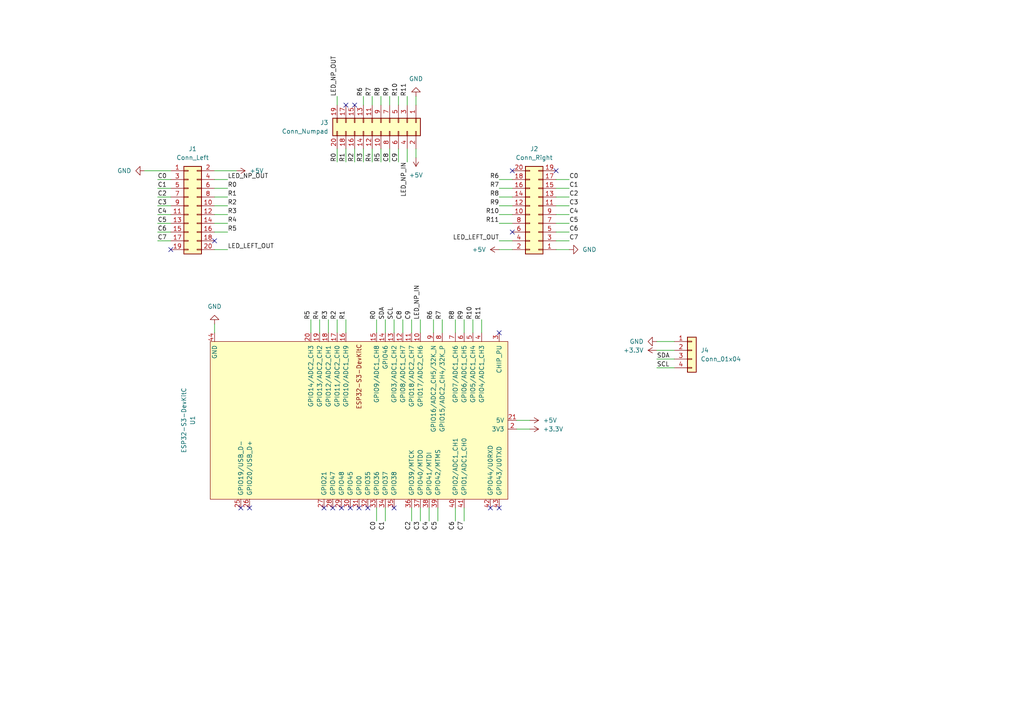
<source format=kicad_sch>
(kicad_sch (version 20230121) (generator eeschema)
  (paper "A4")
  (lib_symbols
    (symbol "Connector_Generic:Conn_01x04" (pin_names (offset 1.016) hide)
      (property "Reference" "J" (at 0 5.08 0))
      (property "Value" "Conn_01x04" (at 0 -7.62 0))
      (symbol "Conn_01x04_1_1"
        (rectangle (start -1.27 -4.953) (end 0 -5.207) (stroke (width 0.1524)))
        (rectangle (start -1.27 -2.413) (end 0 -2.667) (stroke (width 0.1524)))
        (rectangle (start -1.27 0.127) (end 0 -0.127) (stroke (width 0.1524)))
        (rectangle (start -1.27 2.667) (end 0 2.413) (stroke (width 0.1524)))
        (rectangle (start -1.27 3.81) (end 1.27 -6.35) (stroke (width 0.254)) (fill (type background)))
        (pin passive line (at -5.08 2.54 0) (length 3.81) (name "Pin_1") (number "1"))
        (pin passive line (at -5.08 0 0) (length 3.81) (name "Pin_2") (number "2"))
        (pin passive line (at -5.08 -2.54 0) (length 3.81) (name "Pin_3") (number "3"))
        (pin passive line (at -5.08 -5.08 0) (length 3.81) (name "Pin_4") (number "4"))
      )
    )
    (symbol "Connector_Generic:Conn_02x10_Odd_Even" (pin_names (offset 1.016) hide)
      (property "Reference" "J" (at 1.27 12.7 0))
      (property "Value" "Conn_02x10_Odd_Even" (at 1.27 -15.24 0))
      (symbol "Conn_02x10_Odd_Even_1_1"
        (rectangle (start -1.27 -12.573) (end 0 -12.827) (stroke (width 0.1524)))
        (rectangle (start -1.27 -10.033) (end 0 -10.287) (stroke (width 0.1524)))
        (rectangle (start -1.27 -7.493) (end 0 -7.747) (stroke (width 0.1524)))
        (rectangle (start -1.27 -4.953) (end 0 -5.207) (stroke (width 0.1524)))
        (rectangle (start -1.27 -2.413) (end 0 -2.667) (stroke (width 0.1524)))
        (rectangle (start -1.27 0.127) (end 0 -0.127) (stroke (width 0.1524)))
        (rectangle (start -1.27 2.667) (end 0 2.413) (stroke (width 0.1524)))
        (rectangle (start -1.27 5.207) (end 0 4.953) (stroke (width 0.1524)))
        (rectangle (start -1.27 7.747) (end 0 7.493) (stroke (width 0.1524)))
        (rectangle (start -1.27 10.287) (end 0 10.033) (stroke (width 0.1524)))
        (rectangle (start -1.27 11.43) (end 3.81 -13.97) (stroke (width 0.254)) (fill (type background)))
        (rectangle (start 3.81 -12.573) (end 2.54 -12.827) (stroke (width 0.1524)))
        (rectangle (start 3.81 -10.033) (end 2.54 -10.287) (stroke (width 0.1524)))
        (rectangle (start 3.81 -7.493) (end 2.54 -7.747) (stroke (width 0.1524)))
        (rectangle (start 3.81 -4.953) (end 2.54 -5.207) (stroke (width 0.1524)))
        (rectangle (start 3.81 -2.413) (end 2.54 -2.667) (stroke (width 0.1524)))
        (rectangle (start 3.81 0.127) (end 2.54 -0.127) (stroke (width 0.1524)))
        (rectangle (start 3.81 2.667) (end 2.54 2.413) (stroke (width 0.1524)))
        (rectangle (start 3.81 5.207) (end 2.54 4.953) (stroke (width 0.1524)))
        (rectangle (start 3.81 7.747) (end 2.54 7.493) (stroke (width 0.1524)))
        (rectangle (start 3.81 10.287) (end 2.54 10.033) (stroke (width 0.1524)))
        (pin passive line (at -5.08 10.16 0) (length 3.81) (name "Pin_1") (number "1"))
        (pin passive line (at 7.62 0 180) (length 3.81) (name "Pin_10") (number "10"))
        (pin passive line (at -5.08 -2.54 0) (length 3.81) (name "Pin_11") (number "11"))
        (pin passive line (at 7.62 -2.54 180) (length 3.81) (name "Pin_12") (number "12"))
        (pin passive line (at -5.08 -5.08 0) (length 3.81) (name "Pin_13") (number "13"))
        (pin passive line (at 7.62 -5.08 180) (length 3.81) (name "Pin_14") (number "14"))
        (pin passive line (at -5.08 -7.62 0) (length 3.81) (name "Pin_15") (number "15"))
        (pin passive line (at 7.62 -7.62 180) (length 3.81) (name "Pin_16") (number "16"))
        (pin passive line (at -5.08 -10.16 0) (length 3.81) (name "Pin_17") (number "17"))
        (pin passive line (at 7.62 -10.16 180) (length 3.81) (name "Pin_18") (number "18"))
        (pin passive line (at -5.08 -12.7 0) (length 3.81) (name "Pin_19") (number "19"))
        (pin passive line (at 7.62 10.16 180) (length 3.81) (name "Pin_2") (number "2"))
        (pin passive line (at 7.62 -12.7 180) (length 3.81) (name "Pin_20") (number "20"))
        (pin passive line (at -5.08 7.62 0) (length 3.81) (name "Pin_3") (number "3"))
        (pin passive line (at 7.62 7.62 180) (length 3.81) (name "Pin_4") (number "4"))
        (pin passive line (at -5.08 5.08 0) (length 3.81) (name "Pin_5") (number "5"))
        (pin passive line (at 7.62 5.08 180) (length 3.81) (name "Pin_6") (number "6"))
        (pin passive line (at -5.08 2.54 0) (length 3.81) (name "Pin_7") (number "7"))
        (pin passive line (at 7.62 2.54 180) (length 3.81) (name "Pin_8") (number "8"))
        (pin passive line (at -5.08 0 0) (length 3.81) (name "Pin_9") (number "9"))
      )
    )
    (symbol "mantyl:ESP32-S3-DevKitC" (pin_names (offset 1.016))
      (property "Reference" "U" (at -22.86 48.26 0))
      (property "Value" "ESP32-S3-DevKitC" (at -22.86 45.72 0))
      (symbol "ESP32-S3-DevKitC_0_0"
        (text "ESP32-S3-DevKitC" (at -12.7 0 0) (effects (font (size 1.27 1.27))))
        (pin bidirectional line (at -25.4 7.62 0) (length 2.54) (name "GPIO46") (number "14"))
        (pin bidirectional line (at -25.4 -11.43 0) (length 2.54) (name "GPIO13/ADC2_CH2") (number "19"))
        (pin bidirectional line (at 25.4 22.86 180) (length 2.54) (name "GPIO42/MTMS") (number "39"))
        (pin bidirectional line (at 25.4 27.94 180) (length 2.54) (name "GPIO2/ADC1_CH1") (number "40"))
        (pin bidirectional line (at 25.4 30.48 180) (length 2.54) (name "GPIO1/ADC1_CH0") (number "41"))
        (pin bidirectional line (at 25.4 38.1 180) (length 2.54) (name "GPIO44/U0RXD") (number "42"))
        (pin bidirectional line (at 25.4 40.64 180) (length 2.54) (name "GPIO43/U0TXD") (number "43"))
      )
      (symbol "ESP32-S3-DevKitC_0_1"
        (rectangle (start -22.86 43.18) (end 22.86 -43.18) (fill (type background)))
      )
      (symbol "ESP32-S3-DevKitC_1_0"
        (pin power_out line (at -25.4 -41.91 0) (length 2.54) (name "GND") (number "44"))
      )
      (symbol "ESP32-S3-DevKitC_1_1"
        (pin passive line (at 2.54 45.72 270) (length 2.54) hide (name "3V3") (number "1"))
        (pin bidirectional line (at -25.4 17.78 0) (length 2.54) (name "GPIO17/ADC2_CH6") (number "10"))
        (pin bidirectional line (at -25.4 15.24 0) (length 2.54) (name "GPIO18/ADC2_CH7") (number "11"))
        (pin bidirectional line (at -25.4 12.7 0) (length 2.54) (name "GPIO8/ADC1_CH7") (number "12"))
        (pin bidirectional line (at -25.4 10.16 0) (length 2.54) (name "GPIO3/ADC1_CH2") (number "13"))
        (pin bidirectional line (at -25.4 5.08 0) (length 2.54) (name "GPIO9/ADC1_CH8") (number "15"))
        (pin bidirectional line (at -25.4 -3.81 0) (length 2.54) (name "GPIO10/ADC1_CH9") (number "16"))
        (pin bidirectional line (at -25.4 -6.35 0) (length 2.54) (name "GPIO11/ADC2_CH0") (number "17"))
        (pin bidirectional line (at -25.4 -8.89 0) (length 2.54) (name "GPIO12/ADC2_CH1") (number "18"))
        (pin power_out line (at 2.54 45.72 270) (length 2.54) (name "3V3") (number "2"))
        (pin bidirectional line (at -25.4 -13.97 0) (length 2.54) (name "GPIO14/ADC2_CH3") (number "20"))
        (pin power_out line (at 0 45.72 270) (length 2.54) (name "5V") (number "21"))
        (pin passive line (at -25.4 -41.91 0) (length 2.54) hide (name "GND") (number "22"))
        (pin passive line (at -25.4 -41.91 0) (length 2.54) hide (name "GND") (number "23"))
        (pin passive line (at -25.4 -41.91 0) (length 2.54) hide (name "GND") (number "24"))
        (pin bidirectional line (at 25.4 -34.29 180) (length 2.54) (name "GPIO19/USB_D-") (number "25"))
        (pin bidirectional line (at 25.4 -31.75 180) (length 2.54) (name "GPIO20/USB_D+") (number "26"))
        (pin bidirectional line (at 25.4 -10.16 180) (length 2.54) (name "GPIO21") (number "27"))
        (pin bidirectional line (at 25.4 -7.62 180) (length 2.54) (name "GPIO47") (number "28"))
        (pin bidirectional line (at 25.4 -5.08 180) (length 2.54) (name "GPIO48") (number "29"))
        (pin input line (at -25.4 40.64 0) (length 2.54) (name "CHIP_PU") (number "3"))
        (pin bidirectional line (at 25.4 -2.54 180) (length 2.54) (name "GPIO45") (number "30"))
        (pin bidirectional line (at 25.4 0 180) (length 2.54) (name "GPIO0") (number "31"))
        (pin bidirectional line (at 25.4 2.54 180) (length 2.54) (name "GPIO35") (number "32"))
        (pin bidirectional line (at 25.4 5.08 180) (length 2.54) (name "GPIO36") (number "33"))
        (pin bidirectional line (at 25.4 7.62 180) (length 2.54) (name "GPIO37") (number "34"))
        (pin bidirectional line (at 25.4 10.16 180) (length 2.54) (name "GPIO38") (number "35"))
        (pin bidirectional line (at 25.4 15.24 180) (length 2.54) (name "GPIO39/MTCK") (number "36"))
        (pin bidirectional line (at 25.4 17.78 180) (length 2.54) (name "GPIO40/MTDO") (number "37"))
        (pin bidirectional line (at 25.4 20.32 180) (length 2.54) (name "GPIO41/MTDI") (number "38"))
        (pin bidirectional line (at -25.4 35.56 0) (length 2.54) (name "GPIO4/ADC1_CH3") (number "4"))
        (pin bidirectional line (at -25.4 33.02 0) (length 2.54) (name "GPIO5/ADC1_CH4") (number "5"))
        (pin bidirectional line (at -25.4 30.48 0) (length 2.54) (name "GPIO6/ADC1_CH5") (number "6"))
        (pin bidirectional line (at -25.4 27.94 0) (length 2.54) (name "GPIO7/ADC1_CH6") (number "7"))
        (pin bidirectional line (at -25.4 24.13 0) (length 2.54) (name "GPIO15/ADC2_CH4/32K_P") (number "8"))
        (pin bidirectional line (at -25.4 21.59 0) (length 2.54) (name "GPIO16/ADC2_CH5/32K_N") (number "9"))
      )
    )
    (symbol "power:+3.3V" (power) (pin_names (offset 0))
      (property "Value" "+3.3V" (at 0 3.556 0))
      (symbol "+3.3V_0_1"
        (polyline (pts (xy -0.762 1.27) (xy 0 2.54)))
        (polyline (pts (xy 0 0) (xy 0 2.54)))
        (polyline (pts (xy 0 2.54) (xy 0.762 1.27)))
      )
      (symbol "+3.3V_1_1"
        (pin power_in line (at 0 0 90) (length 0) hide (name "+3.3V") (number "1"))
      )
    )
    (symbol "power:+5V" (power) (pin_names (offset 0))
      (property "Value" "+5V" (at 0 3.556 0))
      (symbol "+5V_0_1"
        (polyline (pts (xy -0.762 1.27) (xy 0 2.54)))
        (polyline (pts (xy 0 0) (xy 0 2.54)))
        (polyline (pts (xy 0 2.54) (xy 0.762 1.27)))
      )
      (symbol "+5V_1_1"
        (pin power_in line (at 0 0 90) (length 0) hide (name "+5V") (number "1"))
      )
    )
    (symbol "power:GND" (power) (pin_names (offset 0))
      (property "Value" "GND" (at 0 -3.81 0))
      (symbol "GND_0_1"
        (polyline (pts (xy 0 0) (xy 0 -1.27) (xy 1.27 -1.27) (xy 0 -2.54) (xy -1.27 -1.27) (xy 0 -1.27)))
      )
      (symbol "GND_1_1"
        (pin power_in line (at 0 0 270) (length 0) hide (name "GND") (number "1"))
      )
    )
  )
  (no_connect (at 148.59 49.53))
  (no_connect (at 49.53 72.39))
  (no_connect (at 96.52 147.32))
  (no_connect (at 99.06 147.32))
  (no_connect (at 104.14 147.32))
  (no_connect (at 93.98 147.32))
  (no_connect (at 142.24 147.32))
  (no_connect (at 100.33 30.48))
  (no_connect (at 114.3 147.32))
  (no_connect (at 148.59 67.31))
  (no_connect (at 144.78 147.32))
  (no_connect (at 106.68 147.32))
  (no_connect (at 161.29 49.53))
  (no_connect (at 69.85 147.32))
  (no_connect (at 72.39 147.32))
  (no_connect (at 62.23 69.85))
  (no_connect (at 144.78 96.52))
  (no_connect (at 101.6 147.32))
  (no_connect (at 102.87 30.48))
  (wire (pts (xy 139.7 92.71) (xy 139.7 96.52)))
  (wire (pts (xy 190.5 106.68) (xy 195.58 106.68)))
  (wire (pts (xy 144.78 72.39) (xy 148.59 72.39)))
  (wire (pts (xy 144.78 57.15) (xy 148.59 57.15)))
  (wire (pts (xy 107.95 27.94) (xy 107.95 30.48)))
  (wire (pts (xy 45.72 57.15) (xy 49.53 57.15)))
  (wire (pts (xy 144.78 52.07) (xy 148.59 52.07)))
  (wire (pts (xy 62.23 54.61) (xy 66.04 54.61)))
  (wire (pts (xy 109.22 92.71) (xy 109.22 96.52)))
  (wire (pts (xy 118.11 43.18) (xy 118.11 46.99)))
  (wire (pts (xy 109.22 147.32) (xy 109.22 151.13)))
  (wire (pts (xy 127 147.32) (xy 127 151.13)))
  (wire (pts (xy 110.49 27.94) (xy 110.49 30.48)))
  (wire (pts (xy 92.71 92.71) (xy 92.71 96.52)))
  (wire (pts (xy 134.62 147.32) (xy 134.62 151.13)))
  (wire (pts (xy 144.78 64.77) (xy 148.59 64.77)))
  (wire (pts (xy 62.23 57.15) (xy 66.04 57.15)))
  (wire (pts (xy 110.49 43.18) (xy 110.49 46.99)))
  (wire (pts (xy 190.5 101.6) (xy 195.58 101.6)))
  (wire (pts (xy 62.23 49.53) (xy 68.58 49.53)))
  (wire (pts (xy 128.27 92.71) (xy 128.27 96.52)))
  (wire (pts (xy 97.79 43.18) (xy 97.79 46.99)))
  (wire (pts (xy 62.23 67.31) (xy 66.04 67.31)))
  (wire (pts (xy 111.76 92.71) (xy 111.76 96.52)))
  (wire (pts (xy 120.65 43.18) (xy 120.65 45.72)))
  (wire (pts (xy 161.29 52.07) (xy 165.1 52.07)))
  (wire (pts (xy 90.17 92.71) (xy 90.17 96.52)))
  (wire (pts (xy 119.38 147.32) (xy 119.38 151.13)))
  (wire (pts (xy 62.23 62.23) (xy 66.04 62.23)))
  (wire (pts (xy 105.41 43.18) (xy 105.41 46.99)))
  (wire (pts (xy 41.91 49.53) (xy 49.53 49.53)))
  (wire (pts (xy 144.78 54.61) (xy 148.59 54.61)))
  (wire (pts (xy 45.72 67.31) (xy 49.53 67.31)))
  (wire (pts (xy 45.72 64.77) (xy 49.53 64.77)))
  (wire (pts (xy 144.78 69.85) (xy 148.59 69.85)))
  (wire (pts (xy 121.92 92.71) (xy 121.92 96.52)))
  (wire (pts (xy 190.5 104.14) (xy 195.58 104.14)))
  (wire (pts (xy 161.29 59.69) (xy 165.1 59.69)))
  (wire (pts (xy 161.29 69.85) (xy 165.1 69.85)))
  (wire (pts (xy 97.79 92.71) (xy 97.79 96.52)))
  (wire (pts (xy 113.03 27.94) (xy 113.03 30.48)))
  (wire (pts (xy 45.72 52.07) (xy 49.53 52.07)))
  (wire (pts (xy 62.23 93.98) (xy 62.23 96.52)))
  (wire (pts (xy 62.23 52.07) (xy 66.04 52.07)))
  (wire (pts (xy 62.23 72.39) (xy 66.04 72.39)))
  (wire (pts (xy 100.33 43.18) (xy 100.33 46.99)))
  (wire (pts (xy 62.23 59.69) (xy 66.04 59.69)))
  (wire (pts (xy 62.23 64.77) (xy 66.04 64.77)))
  (wire (pts (xy 105.41 27.94) (xy 105.41 30.48)))
  (wire (pts (xy 115.57 43.18) (xy 115.57 46.99)))
  (wire (pts (xy 119.38 92.71) (xy 119.38 96.52)))
  (wire (pts (xy 45.72 69.85) (xy 49.53 69.85)))
  (wire (pts (xy 95.25 92.71) (xy 95.25 96.52)))
  (wire (pts (xy 137.16 92.71) (xy 137.16 96.52)))
  (wire (pts (xy 132.08 92.71) (xy 132.08 96.52)))
  (wire (pts (xy 45.72 62.23) (xy 49.53 62.23)))
  (wire (pts (xy 125.73 92.71) (xy 125.73 96.52)))
  (wire (pts (xy 161.29 72.39) (xy 165.1 72.39)))
  (wire (pts (xy 161.29 67.31) (xy 165.1 67.31)))
  (wire (pts (xy 118.11 27.94) (xy 118.11 30.48)))
  (wire (pts (xy 144.78 62.23) (xy 148.59 62.23)))
  (wire (pts (xy 107.95 43.18) (xy 107.95 46.99)))
  (wire (pts (xy 161.29 62.23) (xy 165.1 62.23)))
  (wire (pts (xy 144.78 59.69) (xy 148.59 59.69)))
  (wire (pts (xy 134.62 92.71) (xy 134.62 96.52)))
  (wire (pts (xy 116.84 92.71) (xy 116.84 96.52)))
  (wire (pts (xy 121.92 147.32) (xy 121.92 151.13)))
  (wire (pts (xy 100.33 92.71) (xy 100.33 96.52)))
  (wire (pts (xy 45.72 59.69) (xy 49.53 59.69)))
  (wire (pts (xy 161.29 54.61) (xy 165.1 54.61)))
  (wire (pts (xy 161.29 64.77) (xy 165.1 64.77)))
  (wire (pts (xy 190.5 99.06) (xy 195.58 99.06)))
  (wire (pts (xy 102.87 43.18) (xy 102.87 46.99)))
  (wire (pts (xy 124.46 147.32) (xy 124.46 151.13)))
  (wire (pts (xy 45.72 54.61) (xy 49.53 54.61)))
  (wire (pts (xy 161.29 57.15) (xy 165.1 57.15)))
  (wire (pts (xy 132.08 147.32) (xy 132.08 151.13)))
  (wire (pts (xy 149.86 124.46) (xy 153.67 124.46)))
  (wire (pts (xy 113.03 43.18) (xy 113.03 46.99)))
  (wire (pts (xy 97.79 27.94) (xy 97.79 30.48)))
  (wire (pts (xy 120.65 27.94) (xy 120.65 30.48)))
  (wire (pts (xy 114.3 92.71) (xy 114.3 96.52)))
  (wire (pts (xy 111.76 147.32) (xy 111.76 151.13)))
  (wire (pts (xy 115.57 27.94) (xy 115.57 30.48)))
  (wire (pts (xy 149.86 121.92) (xy 153.67 121.92)))
  (label "C6" (at 132.08 151.13 270))
  (label "C6" (at 165.1 67.31 0))
  (label "C5" (at 127 151.13 270))
  (label "R10" (at 144.78 62.23 180))
  (label "R10" (at 137.16 92.71 90))
  (label "R3" (at 105.41 46.99 90))
  (label "C5" (at 45.72 64.77 0))
  (label "R6" (at 105.41 27.94 90))
  (label "C1" (at 45.72 54.61 0))
  (label "C9" (at 119.38 92.71 90))
  (label "C4" (at 124.46 151.13 270))
  (label "C2" (at 45.72 57.15 0))
  (label "R1" (at 100.33 46.99 90))
  (label "C7" (at 134.62 151.13 270))
  (label "R8" (at 110.49 27.94 90))
  (label "R0" (at 109.22 92.71 90))
  (label "R3" (at 95.25 92.71 90))
  (label "R9" (at 144.78 59.69 180))
  (label "SCL" (at 190.5 106.68 0))
  (label "C9" (at 115.57 46.99 90))
  (label "R7" (at 128.27 92.71 90))
  (label "R1" (at 100.33 92.71 90))
  (label "R7" (at 107.95 27.94 90))
  (label "R8" (at 132.08 92.71 90))
  (label "R5" (at 90.17 92.71 90))
  (label "C0" (at 165.1 52.07 0))
  (label "R11" (at 144.78 64.77 180))
  (label "C3" (at 165.1 59.69 0))
  (label "C7" (at 45.72 69.85 0))
  (label "C1" (at 111.76 151.13 270))
  (label "R2" (at 102.87 46.99 90))
  (label "C2" (at 119.38 151.13 270))
  (label "C2" (at 165.1 57.15 0))
  (label "R5" (at 110.49 46.99 90))
  (label "R5" (at 66.04 67.31 0))
  (label "LED_NP_OUT" (at 66.04 52.07 0))
  (label "C3" (at 45.72 59.69 0))
  (label "R3" (at 66.04 62.23 0))
  (label "C8" (at 113.03 46.99 90))
  (label "LED_LEFT_OUT" (at 144.78 69.85 180))
  (label "C1" (at 165.1 54.61 0))
  (label "LED_NP_IN" (at 118.11 46.99 270))
  (label "R7" (at 144.78 54.61 180))
  (label "R0" (at 66.04 54.61 0))
  (label "R4" (at 107.95 46.99 90))
  (label "LED_NP_IN" (at 121.92 92.71 90))
  (label "R4" (at 66.04 64.77 0))
  (label "R9" (at 113.03 27.94 90))
  (label "C5" (at 165.1 64.77 0))
  (label "C0" (at 109.22 151.13 270))
  (label "C4" (at 165.1 62.23 0))
  (label "R9" (at 134.62 92.71 90))
  (label "R10" (at 115.57 27.94 90))
  (label "R0" (at 97.79 46.99 90))
  (label "SDA" (at 111.76 92.71 90))
  (label "C7" (at 165.1 69.85 0))
  (label "C4" (at 45.72 62.23 0))
  (label "C8" (at 116.84 92.71 90))
  (label "R8" (at 144.78 57.15 180))
  (label "R11" (at 139.7 92.71 90))
  (label "SDA" (at 190.5 104.14 0))
  (label "R4" (at 92.71 92.71 90))
  (label "C0" (at 45.72 52.07 0))
  (label "LED_NP_OUT" (at 97.79 27.94 90))
  (label "R6" (at 144.78 52.07 180))
  (label "R2" (at 66.04 59.69 0))
  (label "C6" (at 45.72 67.31 0))
  (label "R11" (at 118.11 27.94 90))
  (label "SCL" (at 114.3 92.71 90))
  (label "LED_LEFT_OUT" (at 66.04 72.39 0))
  (label "R6" (at 125.73 92.71 90))
  (label "R2" (at 97.79 92.71 90))
  (label "C3" (at 121.92 151.13 270))
  (label "R1" (at 66.04 57.15 0))
  (symbol (lib_id "Connector_Generic:Conn_01x04") (at 200.66 101.6 0) (unit 1)
    (property "Reference" "J4" (at 203.2 101.6 0) (effects (justify left)))
    (property "Value" "Conn_01x04" (at 203.2 104.14 0) (effects (justify left)))
    (property "Footprint" "Connector_JST:JST_SH_BM04B-SRSS-TB_1x04-1MP_P1.00mm_Vertical" (effects hide))
  )
  (symbol (lib_id "Connector_Generic:Conn_02x10_Odd_Even") (at 54.61 59.69 0) (unit 1)
    (property "Reference" "J1" (at 55.88 43.18 0))
    (property "Value" "Conn_Left" (at 55.88 45.72 0))
    (property "Footprint" "Connector_IDC:IDC-Header_2x10_P2.54mm_Vertical" (effects hide))
  )
  (symbol (lib_id "power:+3.3V") (at 153.67 124.46 270) (unit 1)
    (property "Reference" "#PWR09" (effects hide))
    (property "Value" "+3.3V" (at 157.48 124.46 90) (effects (justify left)))
  )
  (symbol (lib_id "power:+3.3V") (at 190.5 101.6 90) (unit 1)
    (property "Reference" "#PWR08" (effects hide))
    (property "Value" "+3.3V" (at 186.69 101.6 90) (effects (justify left)))
  )
  (symbol (lib_id "power:+5V") (at 120.65 45.72 180) (unit 1)
    (property "Reference" "#PWR06" (effects hide))
    (property "Value" "+5V" (at 120.65 50.8 0))
  )
  (symbol (lib_id "power:+5V") (at 153.67 121.92 270) (unit 1)
    (property "Reference" "#PWR010" (effects hide))
    (property "Value" "+5V" (at 157.48 121.92 90) (effects (justify left)))
  )
  (symbol (lib_id "mantyl:ESP32-S3-DevKitC") (at 104.14 121.92 270) (unit 1)
    (property "Reference" "U1" (at 55.88 121.92 0))
    (property "Value" "ESP32-S3-DevKitC" (at 53.34 121.92 0))
    (property "Footprint" "Espressif:ESP32-S3-DevKitC" (effects hide))
  )
  (symbol (lib_id "power:+5V") (at 144.78 72.39 90) (unit 1)
    (property "Reference" "#PWR04" (effects hide))
    (property "Value" "+5V" (at 140.97 72.39 90) (effects (justify left)))
  )
  (symbol (lib_id "Connector_Generic:Conn_02x10_Odd_Even") (at 110.49 35.56 270) (unit 1)
    (property "Reference" "J3" (at 95.25 35.56 90) (effects (justify right)))
    (property "Value" "Conn_Numpad" (at 95.25 38.1 90) (effects (justify right)))
    (property "Footprint" "Connector_IDC:IDC-Header_2x10_P2.54mm_Vertical" (effects hide))
  )
  (symbol (lib_id "Connector_Generic:Conn_02x10_Odd_Even") (at 156.21 62.23 180) (unit 1)
    (property "Reference" "J2" (at 154.94 43.18 0))
    (property "Value" "Conn_Right" (at 154.94 45.72 0))
    (property "Footprint" "Connector_IDC:IDC-Header_2x10_P2.54mm_Vertical" (effects hide))
  )
  (symbol (lib_id "power:GND") (at 190.5 99.06 270) (unit 1)
    (property "Reference" "#PWR07" (effects hide))
    (property "Value" "GND" (at 186.69 99.06 90) (effects (justify right)))
  )
  (symbol (lib_id "power:GND") (at 165.1 72.39 90) (unit 1)
    (property "Reference" "#PWR03" (effects hide))
    (property "Value" "GND" (at 168.91 72.39 90) (effects (justify right)))
  )
  (symbol (lib_id "power:GND") (at 41.91 49.53 270) (unit 1)
    (property "Reference" "#PWR01" (effects hide))
    (property "Value" "GND" (at 38.1 49.53 90) (effects (justify right)))
  )
  (symbol (lib_id "power:GND") (at 120.65 27.94 180) (unit 1)
    (property "Reference" "#PWR05" (effects hide))
    (property "Value" "GND" (at 120.65 22.86 0))
  )
  (symbol (lib_id "power:GND") (at 62.23 93.98 180) (unit 1)
    (property "Reference" "#PWR011" (effects hide))
    (property "Value" "GND" (at 62.23 88.9 0))
  )
  (symbol (lib_id "power:+5V") (at 68.58 49.53 270) (unit 1)
    (property "Reference" "#PWR02" (effects hide))
    (property "Value" "+5V" (at 72.39 49.53 90) (effects (justify left)))
  )
)
</source>
